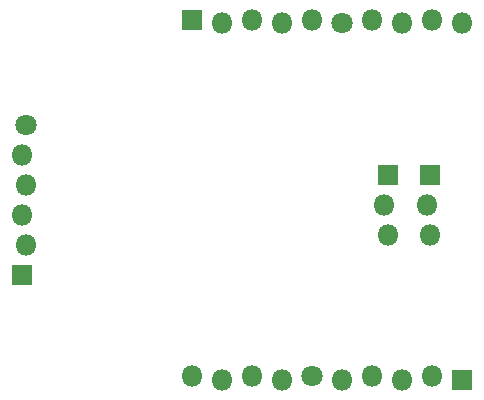
<source format=gbr>
%TF.GenerationSoftware,KiCad,Pcbnew,(5.1.6)-1*%
%TF.CreationDate,2021-01-10T19:41:06-07:00*%
%TF.ProjectId,AltoidsSmall,416c746f-6964-4735-936d-616c6c2e6b69,rev?*%
%TF.SameCoordinates,Original*%
%TF.FileFunction,Soldermask,Bot*%
%TF.FilePolarity,Negative*%
%FSLAX46Y46*%
G04 Gerber Fmt 4.6, Leading zero omitted, Abs format (unit mm)*
G04 Created by KiCad (PCBNEW (5.1.6)-1) date 2021-01-10 19:41:06*
%MOMM*%
%LPD*%
G01*
G04 APERTURE LIST*
%ADD10C,1.800000*%
%ADD11O,1.800000X1.800000*%
%ADD12R,1.800000X1.800000*%
G04 APERTURE END LIST*
D10*
%TO.C,J5*%
X121500900Y-111312000D03*
D11*
X121196100Y-113852000D03*
D12*
X121196100Y-124012000D03*
D11*
X121500900Y-116392000D03*
X121196100Y-118932000D03*
X121500900Y-121472000D03*
%TD*%
D12*
%TO.C,J4*%
X155752800Y-115490001D03*
D11*
X155752800Y-120570001D03*
X155448000Y-118030001D03*
%TD*%
D12*
%TO.C,J3*%
X152172901Y-115490001D03*
D11*
X152172901Y-120570001D03*
X151868101Y-118030001D03*
%TD*%
%TO.C,J2*%
X135569000Y-132562600D03*
X143189000Y-132867400D03*
X140649000Y-132562600D03*
X138109000Y-132867400D03*
D10*
X145729000Y-132562600D03*
D11*
X148269000Y-132867400D03*
D12*
X158429000Y-132867400D03*
D11*
X150809000Y-132562600D03*
X153349000Y-132867400D03*
X155889000Y-132562600D03*
%TD*%
%TO.C,J1*%
X158432500Y-102679500D03*
X150812500Y-102374700D03*
X153352500Y-102679500D03*
X155892500Y-102374700D03*
D10*
X148272500Y-102679500D03*
D11*
X145732500Y-102374700D03*
D12*
X135572500Y-102374700D03*
D11*
X143192500Y-102679500D03*
X140652500Y-102374700D03*
X138112500Y-102679500D03*
%TD*%
M02*

</source>
